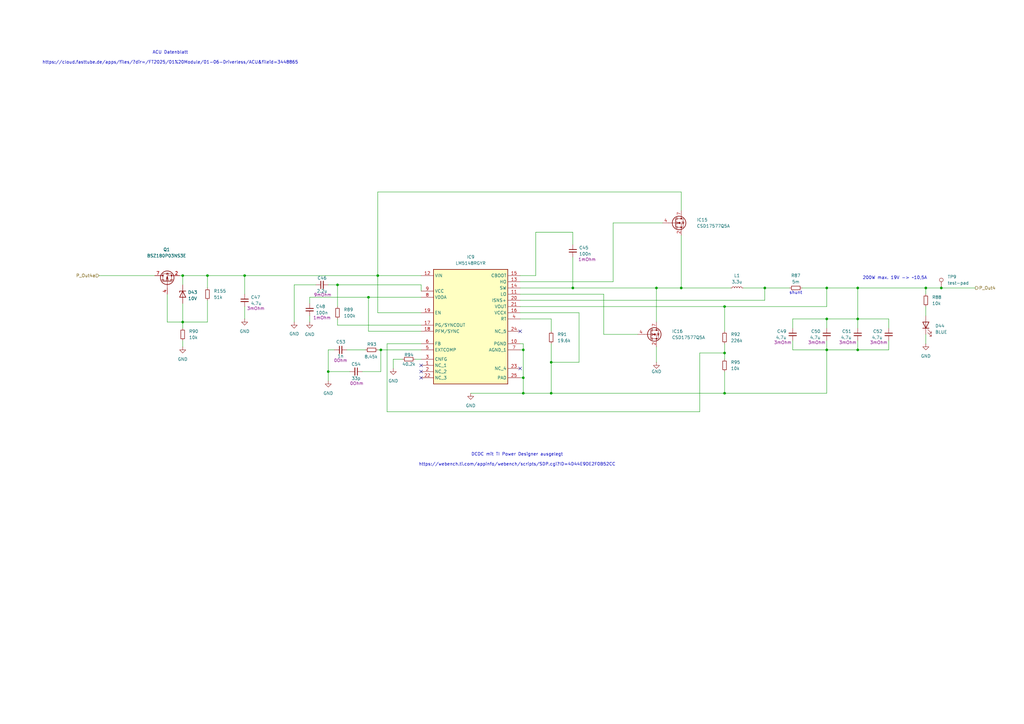
<source format=kicad_sch>
(kicad_sch (version 20231120) (generator "eeschema") (generator_version "8.0")
  (paper "A3")
  (title_block (title "PDU FT25") (date "2025-01-06") (rev "V1.1") (company "Janek Herm") (comment 1 "FaSTTUBe Electronics"))
  (lib_symbols
    (symbol "Connector:TestPoint" (pin_numbers hide) (pin_names (offset 0.762) hide)
      (property "Reference" "TP" (at 0 6.858 0))
      (property "Value" "TestPoint" (at 0 5.08 0))
      (symbol "TestPoint_0_1"
        (circle (center 0 3.302) (radius 0.762))
      )
      (symbol "TestPoint_1_1"
        (pin passive line (at 0 0 90) (length 2.54) (name "1") (number "1"))
      )
    )
    (symbol "Device:C_Small" (pin_numbers hide) (pin_names (offset 0.254) hide)
      (property "Reference" "C" (at 0.254 1.778 0))
      (property "Value" "C_Small" (at 0.254 -2.032 0))
      (symbol "C_Small_0_1"
        (polyline (pts (xy -1.524 -0.508) (xy 1.524 -0.508)) (stroke (width 0.3302)))
        (polyline (pts (xy -1.524 0.508) (xy 1.524 0.508)) (stroke (width 0.3048)))
      )
      (symbol "C_Small_1_1"
        (pin passive line (at 0 2.54 270) (length 2.032) (name "~") (number "1"))
        (pin passive line (at 0 -2.54 90) (length 2.032) (name "~") (number "2"))
      )
    )
    (symbol "Device:D_Zener" (pin_numbers hide) (pin_names (offset 1.016) hide)
      (property "Reference" "D" (at 0 2.54 0))
      (property "Value" "D_Zener" (at 0 -2.54 0))
      (symbol "D_Zener_0_1"
        (polyline (pts (xy 1.27 0) (xy -1.27 0)))
        (polyline (pts (xy -1.27 -1.27) (xy -1.27 1.27) (xy -0.762 1.27)) (stroke (width 0.254)))
        (polyline (pts (xy 1.27 -1.27) (xy 1.27 1.27) (xy -1.27 0) (xy 1.27 -1.27)) (stroke (width 0.254)))
      )
      (symbol "D_Zener_1_1"
        (pin passive line (at -3.81 0 0) (length 2.54) (name "K") (number "1"))
        (pin passive line (at 3.81 0 180) (length 2.54) (name "A") (number "2"))
      )
    )
    (symbol "Device:LED" (pin_numbers hide) (pin_names (offset 1.016) hide)
      (property "Reference" "D" (at 0 2.54 0))
      (property "Value" "LED" (at 0 -2.54 0))
      (symbol "LED_0_1"
        (polyline (pts (xy -1.27 -1.27) (xy -1.27 1.27)) (stroke (width 0.254)))
        (polyline (pts (xy -1.27 0) (xy 1.27 0)))
        (polyline (pts (xy 1.27 -1.27) (xy 1.27 1.27) (xy -1.27 0) (xy 1.27 -1.27)) (stroke (width 0.254)))
        (polyline (pts (xy -3.048 -0.762) (xy -4.572 -2.286) (xy -3.81 -2.286) (xy -4.572 -2.286) (xy -4.572 -1.524)))
        (polyline (pts (xy -1.778 -0.762) (xy -3.302 -2.286) (xy -2.54 -2.286) (xy -3.302 -2.286) (xy -3.302 -1.524)))
      )
      (symbol "LED_1_1"
        (pin passive line (at -3.81 0 0) (length 2.54) (name "K") (number "1"))
        (pin passive line (at 3.81 0 180) (length 2.54) (name "A") (number "2"))
      )
    )
    (symbol "Device:L_Small" (pin_numbers hide) (pin_names (offset 0.254) hide)
      (property "Reference" "L" (at 0.762 1.016 0))
      (property "Value" "L_Small" (at 0.762 -1.016 0))
      (symbol "L_Small_0_1"
        (arc (start 0 -2.032) (mid 0.5058 -1.524) (end 0 -1.016))
        (arc (start 0 -1.016) (mid 0.5058 -0.508) (end 0 0))
        (arc (start 0 0) (mid 0.5058 0.508) (end 0 1.016))
        (arc (start 0 1.016) (mid 0.5058 1.524) (end 0 2.032))
      )
      (symbol "L_Small_1_1"
        (pin passive line (at 0 2.54 270) (length 0.508) (name "~") (number "1"))
        (pin passive line (at 0 -2.54 90) (length 0.508) (name "~") (number "2"))
      )
    )
    (symbol "Device:R_Small" (pin_numbers hide) (pin_names (offset 0.254) hide)
      (property "Reference" "R" (at 0.762 0.508 0))
      (property "Value" "R_Small" (at 0.762 -1.016 0))
      (symbol "R_Small_0_1"
        (rectangle (start -0.762 1.778) (end 0.762 -1.778) (stroke (width 0.2032)))
      )
      (symbol "R_Small_1_1"
        (pin passive line (at 0 2.54 270) (length 0.762) (name "~") (number "1"))
        (pin passive line (at 0 -2.54 90) (length 0.762) (name "~") (number "2"))
      )
    )
    (symbol "FaSTTUBe_microcontrollers:BSZ180P03NS3E"
      (property "Reference" "Q" (at 4.445 0.635 0))
      (symbol "BSZ180P03NS3E_0_1"
        (circle (center -0.889 0) (radius 2.794) (stroke (width 0.254)))
        (circle (center 0 -1.778) (radius 0.254) (fill (type outline)))
        (polyline (pts (xy -2.286 0) (xy -5.08 0)))
        (polyline (pts (xy -2.286 1.905) (xy -2.286 -1.905)) (stroke (width 0.254)))
        (polyline (pts (xy -1.778 -1.27) (xy -1.778 -2.286)) (stroke (width 0.254)))
        (polyline (pts (xy -1.778 0.508) (xy -1.778 -0.508)) (stroke (width 0.254)))
        (polyline (pts (xy -1.778 2.286) (xy -1.778 1.27)) (stroke (width 0.254)))
        (polyline (pts (xy 0 1.905) (xy 0 2.54)))
        (polyline (pts (xy 0 2.54) (xy 0 1.778)))
        (polyline (pts (xy 0 -2.54) (xy 0 0) (xy -1.778 0)))
        (polyline (pts (xy -1.778 1.778) (xy 0.762 1.778) (xy 0.762 -1.778) (xy -1.778 -1.778)))
        (polyline (pts (xy -0.254 0) (xy -1.27 0.381) (xy -1.27 -0.381) (xy -0.254 0)) (fill (type outline)))
        (polyline (pts (xy 0.254 -0.508) (xy 0.381 -0.381) (xy 1.143 -0.381) (xy 1.27 -0.254)))
        (polyline (pts (xy 0.762 -0.381) (xy 0.381 0.254) (xy 1.143 0.254) (xy 0.762 -0.381)))
        (circle (center 0 1.778) (radius 0.254) (fill (type outline)))
      )
      (symbol "BSZ180P03NS3E_1_1"
        (pin passive line (at 0 -5.08 90) (length 2.54) hide (name "") (number "1"))
        (pin passive line (at 0 -5.08 90) (length 2.54) hide (name "") (number "10"))
        (pin passive line (at 0 -5.08 90) (length 2.54) (name "") (number "2"))
        (pin passive line (at 0 -5.08 90) (length 2.54) hide (name "") (number "3"))
        (pin input line (at -7.62 0 0) (length 2.54) (name "") (number "4"))
        (pin passive line (at 0 5.08 270) (length 2.54) hide (name "") (number "5"))
        (pin passive line (at 0 5.08 270) (length 2.54) hide (name "") (number "6"))
        (pin passive line (at 0 5.08 270) (length 2.54) (name "") (number "7"))
        (pin passive line (at 0 5.08 270) (length 2.54) hide (name "") (number "8"))
        (pin passive line (at 0 5.08 270) (length 2.54) hide (name "") (number "9"))
      )
    )
    (symbol "FaSTTUBe_microcontrollers:CSD17577Q5A"
      (property "Reference" "IC" (at 9.144 -15.113 0))
      (property "Value" "CSD17577Q5A" (at 9.906 -17.145 0))
      (symbol "CSD17577Q5A_0_1"
        (circle (center -0.889 -16.51) (radius 2.794) (stroke (width 0.254)))
        (circle (center 0 -18.288) (radius 0.254) (fill (type outline)))
        (circle (center 0 -14.732) (radius 0.254) (fill (type outline)))
        (polyline (pts (xy -2.286 -16.51) (xy -5.08 -16.51)))
        (polyline (pts (xy -2.286 -14.605) (xy -2.286 -18.415)) (stroke (width 0.254)))
        (polyline (pts (xy -1.778 -17.78) (xy -1.778 -18.796)) (stroke (width 0.254)))
        (polyline (pts (xy -1.778 -16.002) (xy -1.778 -17.018)) (stroke (width 0.254)))
        (polyline (pts (xy -1.778 -14.224) (xy -1.778 -15.24)) (stroke (width 0.254)))
        (polyline (pts (xy 0 -13.97) (xy 0 -14.732)))
        (polyline (pts (xy 0 -19.05) (xy 0 -16.51) (xy -1.778 -16.51)))
        (polyline (pts (xy -1.778 -18.288) (xy 0.762 -18.288) (xy 0.762 -14.732) (xy -1.778 -14.732)))
        (polyline (pts (xy -1.524 -16.51) (xy -0.508 -16.129) (xy -0.508 -16.891) (xy -1.524 -16.51)) (fill (type outline)))
        (polyline (pts (xy 0.254 -16.002) (xy 0.381 -16.129) (xy 1.143 -16.129) (xy 1.27 -16.256)))
        (polyline (pts (xy 0.762 -16.129) (xy 0.381 -16.764) (xy 1.143 -16.764) (xy 0.762 -16.129)))
      )
      (symbol "CSD17577Q5A_1_1"
        (pin passive line (at 0 -21.59 90) (length 2.54) hide (name "") (number "1"))
        (pin passive line (at 0 -21.59 90) (length 2.54) (name "") (number "2"))
        (pin passive line (at 0 -21.59 90) (length 2.54) hide (name "") (number "3"))
        (pin input line (at -7.62 -16.51 0) (length 2.54) (name "") (number "4"))
        (pin passive line (at 0 -11.43 270) (length 2.54) hide (name "") (number "5"))
        (pin passive line (at 0 -11.43 270) (length 2.54) hide (name "") (number "6"))
        (pin passive line (at 0 -11.43 270) (length 2.54) (name "") (number "7"))
        (pin passive line (at 0 -11.43 270) (length 2.54) hide (name "") (number "8"))
        (pin passive line (at 0 -11.43 270) (length 2.54) hide (name "") (number "9"))
      )
    )
    (symbol "LM5148RGYR:LM5148RGYR"
      (property "Reference" "IC" (at 36.83 17.78 0))
      (property "Value" "LM5148RGYR" (at 36.83 15.24 0))
      (symbol "LM5148RGYR_1_1"
        (rectangle (start 5.08 12.7) (end 35.56 -34.29) (stroke (width 0.254)) (fill (type background)))
        (pin passive line (at 0 -26.67 0) (length 5.08) (name "NC_1") (number "1"))
        (pin passive line (at 40.64 -17.78 180) (length 5.08) (name "PGND") (number "10"))
        (pin passive line (at 40.64 2.54 180) (length 5.08) (name "LO") (number "11"))
        (pin passive line (at 0 10.16 0) (length 5.08) (name "VIN") (number "12"))
        (pin passive line (at 40.64 7.62 180) (length 5.08) (name "HO") (number "13"))
        (pin passive line (at 40.64 5.08 180) (length 5.08) (name "SW") (number "14"))
        (pin passive line (at 40.64 10.16 180) (length 5.08) (name "CBOOT") (number "15"))
        (pin passive line (at 40.64 -5.08 180) (length 5.08) (name "VCCX") (number "16"))
        (pin passive line (at 0 -10.16 0) (length 5.08) (name "PG/SYNCOUT") (number "17"))
        (pin passive line (at 0 -12.7 0) (length 5.08) (name "PFM/SYNC") (number "18"))
        (pin passive line (at 0 -5.08 0) (length 5.08) (name "EN") (number "19"))
        (pin passive line (at 0 -29.21 0) (length 5.08) (name "NC_2") (number "2"))
        (pin passive line (at 40.64 0 180) (length 5.08) (name "ISNS+") (number "20"))
        (pin passive line (at 40.64 -2.54 180) (length 5.08) (name "VOUT") (number "21"))
        (pin passive line (at 0 -31.75 0) (length 5.08) (name "NC_3") (number "22"))
        (pin passive line (at 40.64 -27.94 180) (length 5.08) (name "NC_4") (number "23"))
        (pin passive line (at 40.64 -12.7 180) (length 5.08) (name "NC_5") (number "24"))
        (pin passive line (at 40.64 -31.75 180) (length 5.08) (name "PAD") (number "25"))
        (pin passive line (at 0 -24.13 0) (length 5.08) (name "CNFG") (number "3"))
        (pin passive line (at 40.64 -7.62 180) (length 5.08) (name "RT") (number "4"))
        (pin passive line (at 0 -20.32 0) (length 5.08) (name "EXTCOMP") (number "5"))
        (pin passive line (at 0 -17.78 0) (length 5.08) (name "FB") (number "6"))
        (pin passive line (at 40.64 -20.32 180) (length 5.08) (name "AGND_1") (number "7"))
        (pin passive line (at 0 1.27 0) (length 5.08) (name "VDDA") (number "8"))
        (pin passive line (at 0 3.81 0) (length 5.08) (name "VCC") (number "9"))
      )
    )
    (symbol "power:GND" (power) (pin_numbers hide) (pin_names (offset 0) hide)
      (property "Value" "GND" (at 0 -3.81 0))
      (symbol "GND_0_1"
        (polyline (pts (xy 0 0) (xy 0 -1.27) (xy 1.27 -1.27) (xy 0 -2.54) (xy -1.27 -1.27) (xy 0 -1.27)))
      )
      (symbol "GND_1_1"
        (pin power_in line (at 0 0 270) (length 0) (name "~") (number "1"))
      )
    )
  )
  (junction (at 214.63 161.29))
  (junction (at 279.4 118.11))
  (junction (at 351.79 130.81))
  (junction (at 74.93 113.03))
  (junction (at 339.09 143.51))
  (junction (at 386.08 118.11))
  (junction (at 379.73 118.11))
  (junction (at 85.09 113.03))
  (junction (at 351.79 118.11))
  (junction (at 269.24 118.11))
  (junction (at 226.06 161.29))
  (junction (at 151.13 121.92))
  (junction (at 214.63 154.94))
  (junction (at 297.18 144.78))
  (junction (at 156.21 143.51))
  (junction (at 313.69 118.11))
  (junction (at 297.18 125.73))
  (junction (at 138.43 116.84))
  (junction (at 234.95 118.11))
  (junction (at 74.93 132.08))
  (junction (at 154.94 113.03))
  (junction (at 226.06 148.59))
  (junction (at 100.33 113.03))
  (junction (at 339.09 118.11))
  (junction (at 297.18 161.29))
  (junction (at 339.09 130.81))
  (junction (at 351.79 143.51))
  (junction (at 134.62 152.4))
  (junction (at 214.63 143.51))
  (no_connect (at 172.72 152.4))
  (no_connect (at 172.72 154.94))
  (no_connect (at 172.72 149.86))
  (no_connect (at 213.36 151.13))
  (no_connect (at 213.36 135.89))
  (wire (pts (xy 226.06 130.81) (xy 226.06 135.89)))
  (wire (pts (xy 74.93 139.7) (xy 74.93 142.24)))
  (wire (pts (xy 339.09 130.81) (xy 351.79 130.81)))
  (wire (pts (xy 120.65 132.08) (xy 120.65 116.84)))
  (wire (pts (xy 297.18 152.4) (xy 297.18 161.29)))
  (wire (pts (xy 351.79 143.51) (xy 364.49 143.51)))
  (wire (pts (xy 213.36 128.27) (xy 237.49 128.27)))
  (wire (pts (xy 214.63 143.51) (xy 213.36 143.51)))
  (wire (pts (xy 158.75 168.91) (xy 287.02 168.91)))
  (wire (pts (xy 214.63 161.29) (xy 226.06 161.29)))
  (wire (pts (xy 127 121.92) (xy 127 124.46)))
  (wire (pts (xy 269.24 118.11) (xy 279.4 118.11)))
  (wire (pts (xy 226.06 148.59) (xy 226.06 161.29)))
  (wire (pts (xy 339.09 139.7) (xy 339.09 143.51)))
  (wire (pts (xy 351.79 118.11) (xy 351.79 130.81)))
  (wire (pts (xy 351.79 118.11) (xy 379.73 118.11)))
  (wire (pts (xy 379.73 118.11) (xy 386.08 118.11)))
  (wire (pts (xy 364.49 134.62) (xy 364.49 130.81)))
  (wire (pts (xy 154.94 78.74) (xy 279.4 78.74)))
  (wire (pts (xy 297.18 161.29) (xy 339.09 161.29)))
  (wire (pts (xy 127 121.92) (xy 151.13 121.92)))
  (wire (pts (xy 325.12 134.62) (xy 325.12 130.81)))
  (wire (pts (xy 364.49 139.7) (xy 364.49 143.51)))
  (wire (pts (xy 339.09 143.51) (xy 339.09 161.29)))
  (wire (pts (xy 85.09 113.03) (xy 100.33 113.03)))
  (wire (pts (xy 214.63 140.97) (xy 213.36 140.97)))
  (wire (pts (xy 269.24 118.11) (xy 269.24 132.08)))
  (wire (pts (xy 148.59 152.4) (xy 156.21 152.4)))
  (wire (pts (xy 154.94 113.03) (xy 172.72 113.03)))
  (wire (pts (xy 172.72 128.27) (xy 154.94 128.27)))
  (wire (pts (xy 100.33 125.73) (xy 100.33 130.81)))
  (wire (pts (xy 214.63 161.29) (xy 214.63 154.94)))
  (wire (pts (xy 172.72 140.97) (xy 158.75 140.97)))
  (wire (pts (xy 234.95 95.25) (xy 234.95 100.33)))
  (wire (pts (xy 120.65 116.84) (xy 129.54 116.84)))
  (wire (pts (xy 325.12 143.51) (xy 325.12 139.7)))
  (wire (pts (xy 156.21 152.4) (xy 156.21 143.51)))
  (wire (pts (xy 74.93 113.03) (xy 85.09 113.03)))
  (wire (pts (xy 213.36 130.81) (xy 226.06 130.81)))
  (wire (pts (xy 379.73 137.16) (xy 379.73 140.97)))
  (wire (pts (xy 325.12 130.81) (xy 339.09 130.81)))
  (wire (pts (xy 74.93 124.46) (xy 74.93 132.08)))
  (wire (pts (xy 161.29 151.13) (xy 161.29 147.32)))
  (wire (pts (xy 313.69 118.11) (xy 323.85 118.11)))
  (wire (pts (xy 158.75 140.97) (xy 158.75 168.91)))
  (wire (pts (xy 339.09 130.81) (xy 339.09 134.62)))
  (wire (pts (xy 379.73 125.73) (xy 379.73 129.54)))
  (wire (pts (xy 214.63 143.51) (xy 214.63 154.94)))
  (wire (pts (xy 138.43 133.35) (xy 138.43 130.81)))
  (wire (pts (xy 351.79 134.62) (xy 351.79 130.81)))
  (wire (pts (xy 313.69 123.19) (xy 313.69 118.11)))
  (wire (pts (xy 251.46 91.44) (xy 251.46 115.57)))
  (wire (pts (xy 386.08 118.11) (xy 400.05 118.11)))
  (wire (pts (xy 237.49 148.59) (xy 226.06 148.59)))
  (wire (pts (xy 351.79 130.81) (xy 364.49 130.81)))
  (wire (pts (xy 234.95 118.11) (xy 269.24 118.11)))
  (wire (pts (xy 154.94 113.03) (xy 154.94 78.74)))
  (wire (pts (xy 134.62 143.51) (xy 137.16 143.51)))
  (wire (pts (xy 247.65 120.65) (xy 213.36 120.65)))
  (wire (pts (xy 213.36 118.11) (xy 234.95 118.11)))
  (wire (pts (xy 219.71 113.03) (xy 219.71 95.25)))
  (wire (pts (xy 138.43 125.73) (xy 138.43 116.84)))
  (wire (pts (xy 213.36 113.03) (xy 219.71 113.03)))
  (wire (pts (xy 279.4 78.74) (xy 279.4 86.36)))
  (wire (pts (xy 74.93 113.03) (xy 74.93 116.84)))
  (wire (pts (xy 247.65 120.65) (xy 247.65 137.16)))
  (wire (pts (xy 351.79 139.7) (xy 351.79 143.51)))
  (wire (pts (xy 151.13 135.89) (xy 151.13 121.92)))
  (wire (pts (xy 127 129.54) (xy 127 132.08)))
  (wire (pts (xy 325.12 143.51) (xy 339.09 143.51)))
  (wire (pts (xy 339.09 118.11) (xy 339.09 125.73)))
  (wire (pts (xy 379.73 118.11) (xy 379.73 120.65)))
  (wire (pts (xy 85.09 132.08) (xy 74.93 132.08)))
  (wire (pts (xy 219.71 95.25) (xy 234.95 95.25)))
  (wire (pts (xy 149.86 143.51) (xy 142.24 143.51)))
  (wire (pts (xy 297.18 140.97) (xy 297.18 144.78)))
  (wire (pts (xy 134.62 152.4) (xy 134.62 156.21)))
  (wire (pts (xy 297.18 125.73) (xy 297.18 135.89)))
  (wire (pts (xy 279.4 96.52) (xy 279.4 118.11)))
  (wire (pts (xy 134.62 143.51) (xy 134.62 152.4)))
  (wire (pts (xy 68.58 120.65) (xy 68.58 132.08)))
  (wire (pts (xy 100.33 113.03) (xy 154.94 113.03)))
  (wire (pts (xy 304.8 118.11) (xy 313.69 118.11)))
  (wire (pts (xy 161.29 147.32) (xy 165.1 147.32)))
  (wire (pts (xy 214.63 154.94) (xy 213.36 154.94)))
  (wire (pts (xy 100.33 113.03) (xy 100.33 120.65)))
  (wire (pts (xy 172.72 121.92) (xy 151.13 121.92)))
  (wire (pts (xy 339.09 118.11) (xy 351.79 118.11)))
  (wire (pts (xy 154.94 143.51) (xy 156.21 143.51)))
  (wire (pts (xy 234.95 105.41) (xy 234.95 118.11)))
  (wire (pts (xy 287.02 168.91) (xy 287.02 144.78)))
  (wire (pts (xy 138.43 116.84) (xy 172.72 116.84)))
  (wire (pts (xy 154.94 128.27) (xy 154.94 113.03)))
  (wire (pts (xy 339.09 143.51) (xy 351.79 143.51)))
  (wire (pts (xy 269.24 148.59) (xy 269.24 142.24)))
  (wire (pts (xy 172.72 133.35) (xy 138.43 133.35)))
  (wire (pts (xy 193.04 161.29) (xy 214.63 161.29)))
  (wire (pts (xy 172.72 116.84) (xy 172.72 119.38)))
  (wire (pts (xy 226.06 161.29) (xy 297.18 161.29)))
  (wire (pts (xy 172.72 135.89) (xy 151.13 135.89)))
  (wire (pts (xy 213.36 115.57) (xy 251.46 115.57)))
  (wire (pts (xy 170.18 147.32) (xy 172.72 147.32)))
  (wire (pts (xy 85.09 113.03) (xy 85.09 118.11)))
  (wire (pts (xy 214.63 140.97) (xy 214.63 143.51)))
  (wire (pts (xy 73.66 113.03) (xy 74.93 113.03)))
  (wire (pts (xy 74.93 132.08) (xy 74.93 134.62)))
  (wire (pts (xy 247.65 137.16) (xy 261.62 137.16)))
  (wire (pts (xy 226.06 140.97) (xy 226.06 148.59)))
  (wire (pts (xy 328.93 118.11) (xy 339.09 118.11)))
  (wire (pts (xy 279.4 118.11) (xy 299.72 118.11)))
  (wire (pts (xy 85.09 123.19) (xy 85.09 132.08)))
  (wire (pts (xy 134.62 152.4) (xy 143.51 152.4)))
  (wire (pts (xy 297.18 144.78) (xy 297.18 147.32)))
  (wire (pts (xy 156.21 143.51) (xy 172.72 143.51)))
  (wire (pts (xy 287.02 144.78) (xy 297.18 144.78)))
  (wire (pts (xy 40.64 113.03) (xy 63.5 113.03)))
  (wire (pts (xy 213.36 125.73) (xy 297.18 125.73)))
  (wire (pts (xy 213.36 123.19) (xy 313.69 123.19)))
  (wire (pts (xy 251.46 91.44) (xy 271.78 91.44)))
  (wire (pts (xy 297.18 125.73) (xy 339.09 125.73)))
  (wire (pts (xy 134.62 116.84) (xy 138.43 116.84)))
  (wire (pts (xy 68.58 132.08) (xy 74.93 132.08)))
  (wire (pts (xy 237.49 128.27) (xy 237.49 148.59)))
  (text "ACU Datenblatt\n\nhttps://cloud.fasttube.de/apps/files/?dir=/FT2025/01%20Module/01-06-Driverless/ACU&fileid=3448865" (at 69.85 23.622 0) (effects (font (size 1.27 1.27))))
  (text "200W max. 19V -> ~10,5A" (at 367.03 114.046 0) (effects (font (size 1.27 1.27))))
  (text "DCDC mit TI Power Designer ausgelegt\n\nhttps://webench.ti.com/appinfo/webench/scripts/SDP.cgi?ID=4D44E9DE2F0B52CC" (at 212.09 188.468 0) (effects (font (size 1.27 1.27))))
  (text "shunt" (at 326.39 120.142 0) (effects (font (size 1.27 1.27))))
  (hierarchical_label "P_Out4" (shape output) (at 400.05 118.11 0))
  (hierarchical_label "P_Out4a" (shape input) (at 40.64 113.03 180))
  (symbol (lib_id "power:GND") (at 269.24 148.59 0) (unit 1)
    (property "Reference" "#PWR0147" (effects (hide yes)))
    (property "Value" "GND" (at 267.208 152.3999 0) (effects (justify left)))
    (property "Description" "Power symbol creates a global label with name \"GND\" , ground" (effects (hide yes)))
  )
  (symbol (lib_id "FaSTTUBe_microcontrollers:CSD17577Q5A") (at 269.24 120.65 0) (unit 1)
    (property "Reference" "IC16" (at 275.59 135.8899 0) (effects (justify left)))
    (property "Value" "CSD17577Q5A" (at 275.59 138.4299 0) (effects (justify left)))
    (property "Footprint" "CSD17303Q5:CSD17303Q5" (effects (hide yes)))
    (property "Datasheet" "https://www.ti.com/lit/ds/symlink/csd17577q5a.pdf" (effects (hide yes)))
  )
  (symbol (lib_id "Device:R_Small") (at 152.4 143.51 270) (unit 1)
    (property "Reference" "R93" (at 154.4319 141.224 90) (effects (justify right)))
    (property "Value" "8.45k" (at 154.9399 146.304 90) (effects (justify right)))
    (property "Footprint" "Resistor_SMD:R_0603_1608Metric" (effects (hide yes)))
    (property "Description" "63mW, 1% Tolerance" (effects (hide yes)))
  )
  (symbol (lib_id "Device:R_Small") (at 226.06 138.43 180) (unit 1)
    (property "Reference" "R91" (at 228.6 137.1599 0) (effects (justify right)))
    (property "Value" "19.6k" (at 228.6 139.6999 0) (effects (justify right)))
    (property "Footprint" "Resistor_SMD:R_0603_1608Metric" (effects (hide yes)))
    (property "Description" "63mW, 1%" (effects (hide yes)))
  )
  (symbol (lib_id "power:GND") (at 379.73 140.97 0) (unit 1)
    (property "Reference" "#PWR0146" (effects (hide yes)))
    (property "Value" "GND" (at 379.73 146.05 0))
    (property "Description" "Power symbol creates a global label with name \"GND\" , ground" (effects (hide yes)))
  )
  (symbol (lib_id "Device:R_Small") (at 167.64 147.32 90) (unit 1)
    (property "Reference" "R94" (at 169.6719 145.542 90) (effects (justify left)))
    (property "Value" "40.2k" (at 170.4339 149.352 90) (effects (justify left)))
    (property "Footprint" "Resistor_SMD:R_0603_1608Metric" (effects (hide yes)))
    (property "Description" "100mW, 1% Tolerance" (effects (hide yes)))
  )
  (symbol (lib_id "Device:C_Small") (at 139.7 143.51 90) (unit 1)
    (property "Reference" "C53" (at 141.7382 140.208 90) (effects (justify left)))
    (property "Value" "1n" (at 140.9762 146.05 90) (effects (justify left)))
    (property "Footprint" "Capacitor_SMD:C_0603_1608Metric" (effects (hide yes)))
    (property "Description" "C0G / NP0, 50V" (effects (hide yes)))
    (property "Resistance" "0Ohm" (at 139.7 147.828 90))
  )
  (symbol (lib_id "Device:C_Small") (at 325.12 137.16 0) (mirror y) (unit 1)
    (property "Reference" "C49" (at 322.58 135.8962 0) (effects (justify left)))
    (property "Value" "4.7u" (at 322.58 138.4362 0) (effects (justify left)))
    (property "Footprint" "Capacitor_SMD:C_2220_5750Metric" (effects (hide yes)))
    (property "Description" "X7R, 50V" (effects (hide yes)))
    (property "Resistance" "3mOhm" (at 321.056 140.462 0))
  )
  (symbol (lib_id "power:GND") (at 134.62 156.21 0) (unit 1)
    (property "Reference" "#PWR0149" (effects (hide yes)))
    (property "Value" "GND" (at 134.62 161.29 0))
    (property "Description" "Power symbol creates a global label with name \"GND\" , ground" (effects (hide yes)))
  )
  (symbol (lib_id "Device:L_Small") (at 302.26 118.11 90) (unit 1)
    (property "Reference" "L1" (at 302.26 113.03 90))
    (property "Value" "3.3u" (at 302.26 115.57 90))
    (property "Footprint" "7443330330:WE-HCC_109021" (effects (hide yes)))
    (property "Datasheet" "https://www.we-online.com/components/products/datasheet/7443330330.pdf" (effects (hide yes)))
    (property "Description" "Inductor, small symbol" (effects (hide yes)))
    (property "MPR" "7443330330" (effects (hide yes)))
  )
  (symbol (lib_id "Device:R_Small") (at 379.73 123.19 0) (unit 1)
    (property "Reference" "R88" (at 382.27 121.9199 0) (effects (justify left)))
    (property "Value" "10k" (at 382.27 124.4599 0) (effects (justify left)))
    (property "Footprint" "Resistor_SMD:R_0603_1608Metric" (effects (hide yes)))
    (property "Description" "Resistor, small symbol" (effects (hide yes)))
  )
  (symbol (lib_id "Connector:TestPoint") (at 386.08 118.11 0) (unit 1)
    (property "Reference" "TP9" (at 388.62 113.5379 0) (effects (justify left)))
    (property "Value" "test-pad" (at 388.62 116.0779 0) (effects (justify left)))
    (property "Footprint" "5025:5025" (effects (hide yes)))
    (property "Description" "test point" (effects (hide yes)))
  )
  (symbol (lib_id "Device:R_Small") (at 74.93 137.16 0) (unit 1)
    (property "Reference" "R90" (at 77.47 135.8899 0) (effects (justify left)))
    (property "Value" "10k" (at 77.47 138.4299 0) (effects (justify left)))
    (property "Footprint" "Resistor_SMD:R_0603_1608Metric" (effects (hide yes)))
    (property "Description" "Resistor, small symbol" (effects (hide yes)))
  )
  (symbol (lib_id "Device:C_Small") (at 339.09 137.16 0) (mirror y) (unit 1)
    (property "Reference" "C50" (at 336.55 135.8962 0) (effects (justify left)))
    (property "Value" "4.7u" (at 336.55 138.4362 0) (effects (justify left)))
    (property "Footprint" "Capacitor_SMD:C_2220_5750Metric" (effects (hide yes)))
    (property "Description" "X7R, 50V" (effects (hide yes)))
    (property "Resistance" "3mOhm" (at 335.026 140.462 0))
  )
  (symbol (lib_id "Device:R_Small") (at 297.18 138.43 0) (unit 1)
    (property "Reference" "R92" (at 299.72 137.1599 0) (effects (justify left)))
    (property "Value" "226k" (at 299.72 139.6999 0) (effects (justify left)))
    (property "Footprint" "Resistor_SMD:R_0603_1608Metric" (effects (hide yes)))
    (property "Description" "63mW, 1%" (effects (hide yes)))
  )
  (symbol (lib_id "power:GND") (at 127 132.08 0) (unit 1)
    (property "Reference" "#PWR0144" (effects (hide yes)))
    (property "Value" "GND" (at 127 137.16 0))
    (property "Description" "Power symbol creates a global label with name \"GND\" , ground" (effects (hide yes)))
  )
  (symbol (lib_id "Device:C_Small") (at 351.79 137.16 0) (mirror y) (unit 1)
    (property "Reference" "C51" (at 349.25 135.8962 0) (effects (justify left)))
    (property "Value" "4.7u" (at 349.25 138.4362 0) (effects (justify left)))
    (property "Footprint" "Capacitor_SMD:C_2220_5750Metric" (effects (hide yes)))
    (property "Description" "X7R, 50V" (effects (hide yes)))
    (property "Resistance" "3mOhm" (at 347.726 140.462 0))
  )
  (symbol (lib_id "FaSTTUBe_microcontrollers:CSD17577Q5A") (at 279.4 74.93 0) (unit 1)
    (property "Reference" "IC15" (at 285.75 90.1699 0) (effects (justify left)))
    (property "Value" "CSD17577Q5A" (at 285.75 92.7099 0) (effects (justify left)))
    (property "Footprint" "CSD17303Q5:CSD17303Q5" (effects (hide yes)))
    (property "Datasheet" "https://www.ti.com/lit/ds/symlink/csd17577q5a.pdf" (effects (hide yes)))
  )
  (symbol (lib_id "Device:R_Small") (at 138.43 128.27 0) (unit 1)
    (property "Reference" "R89" (at 140.97 126.9999 0) (effects (justify left)))
    (property "Value" "100k" (at 140.97 129.5399 0) (effects (justify left)))
    (property "Footprint" "Resistor_SMD:R_0603_1608Metric" (effects (hide yes)))
    (property "Description" "100mW, 1% Tolerance" (effects (hide yes)))
  )
  (symbol (lib_id "Device:C_Small") (at 146.05 152.4 270) (unit 1)
    (property "Reference" "C54" (at 146.0436 149.352 90))
    (property "Value" "33p" (at 146.0436 155.194 90))
    (property "Footprint" "Capacitor_SMD:C_0805_2012Metric" (effects (hide yes)))
    (property "Description" "C0G / NP0, 50V" (effects (hide yes)))
    (property "Resistance" "0Ohm" (at 146.304 157.226 90))
  )
  (symbol (lib_id "FaSTTUBe_microcontrollers:BSZ180P03NS3E") (at 68.58 113.03 90) (unit 1)
    (property "Reference" "Q1" (at 68.326 102.362 90))
    (property "Value" "BSZ180P03NS3E" (at 68.326 104.902 90))
    (property "Footprint" "BSZ180P03NS3E:TSDSON-8-FL_INF" (effects (hide yes)))
    (property "Datasheet" "https://www.mouser.de/datasheet/2/196/Infineon_BSZ180P03NS3E_G_DS_v02_01_en-1731313.pdf" (effects (hide yes)))
  )
  (symbol (lib_id "LM5148RGYR:LM5148RGYR") (at 172.72 123.19 0) (unit 1)
    (property "Reference" "IC9" (at 193.04 105.41 0))
    (property "Value" "LM5148RGYR" (at 193.04 107.95 0))
    (property "Footprint" "LM5148RGY:LM5148RGYR" (effects (hide yes)))
    (property "Datasheet" "https://www.ti.com/lit/ds/symlink/lm5148.pdf?ts=1680990210570&ref_url=https%253A%252F%252Fwww.ti.com%252Fproduct%252FLM5148" (effects (hide yes)))
    (property "Description" "Switching Controllers 3.5-V to 80-V, current mode synchronous buck controller" (effects (hide yes)))
    (property "Height" "1" (effects (hide yes)))
    (property "Mouser Part Number" "595-LM5148RGYR" (effects (hide yes)))
    (property "Mouser Price/Stock" "https://www.mouser.co.uk/ProductDetail/Texas-Instruments/LM5148RGYR?qs=Jm2GQyTW%2FbgsJOyzcNbTmw%3D%3D" (effects (hide yes)))
    (property "Manufacturer_Name" "Texas Instruments" (effects (hide yes)))
    (property "Manufacturer_Part_Number" "LM5148RGYR" (effects (hide yes)))
  )
  (symbol (lib_id "Device:R_Small") (at 297.18 149.86 0) (unit 1)
    (property "Reference" "R95" (at 299.72 148.5899 0) (effects (justify left)))
    (property "Value" "10k" (at 299.72 151.1299 0) (effects (justify left)))
    (property "Footprint" "Resistor_SMD:R_0603_1608Metric" (effects (hide yes)))
    (property "Description" "63mW, 1%" (effects (hide yes)))
  )
  (symbol (lib_id "power:GND") (at 100.33 130.81 0) (unit 1)
    (property "Reference" "#PWR0142" (effects (hide yes)))
    (property "Value" "GND" (at 100.33 135.89 0))
    (property "Description" "Power symbol creates a global label with name \"GND\" , ground" (effects (hide yes)))
  )
  (symbol (lib_id "Device:D_Zener") (at 74.93 120.65 90) (mirror x) (unit 1)
    (property "Reference" "D43" (at 78.994 119.888 90))
    (property "Value" "10V" (at 78.994 122.428 90))
    (property "Footprint" "3SMAJ5934B-TP:DIOM5226X244N" (effects (hide yes)))
    (property "Datasheet" "https://www.mouser.de/datasheet/2/258/3SMAJ5918B_3SMAJ5956B_SMA_-3423242.pdf" (effects (hide yes)))
    (property "Description" "Zener diode" (effects (hide yes)))
    (property "MPR" "3SMAJ5925B" (effects (hide yes)))
  )
  (symbol (lib_id "Device:LED") (at 379.73 133.35 90) (unit 1)
    (property "Reference" "D44" (at 383.54 133.6674 90) (effects (justify right)))
    (property "Value" "BLUE" (at 383.54 136.2074 90) (effects (justify right)))
    (property "Footprint" "LED_SMD:LED_0603_1608Metric" (effects (hide yes)))
    (property "Datasheet" "https://www.we-online.com/components/products/datasheet/150060BS75000.pdf" (effects (hide yes)))
    (property "Description" "Light emitting diode" (effects (hide yes)))
    (property "MPR" "150060BS75000" (effects (hide yes)))
  )
  (symbol (lib_id "power:GND") (at 193.04 161.29 0) (unit 1)
    (property "Reference" "#PWR0150" (effects (hide yes)))
    (property "Value" "GND" (at 193.04 166.37 0))
    (property "Description" "Power symbol creates a global label with name \"GND\" , ground" (effects (hide yes)))
  )
  (symbol (lib_id "Device:C_Small") (at 132.08 116.84 90) (unit 1)
    (property "Reference" "C46" (at 132.0863 114.046 90))
    (property "Value" "2.2u" (at 132.0863 119.38 90))
    (property "Footprint" "Capacitor_SMD:C_0603_1608Metric" (effects (hide yes)))
    (property "Description" "X7R, 10V" (effects (hide yes)))
    (property "Resistance" "9mOhm" (at 132.334 120.904 90))
    (property "MPR" "GRM188R71A225KE15D" (effects (hide yes)))
  )
  (symbol (lib_id "power:GND") (at 74.93 142.24 0) (unit 1)
    (property "Reference" "#PWR0145" (effects (hide yes)))
    (property "Value" "GND" (at 74.93 147.32 0))
    (property "Description" "Power symbol creates a global label with name \"GND\" , ground" (effects (hide yes)))
  )
  (symbol (lib_id "Device:R_Small") (at 85.09 120.65 0) (unit 1)
    (property "Reference" "R155" (at 87.63 119.3799 0) (effects (justify left)))
    (property "Value" "51k" (at 87.63 121.9199 0) (effects (justify left)))
    (property "Footprint" "Resistor_SMD:R_0603_1608Metric" (effects (hide yes)))
    (property "Description" "Resistor, small symbol" (effects (hide yes)))
  )
  (symbol (lib_id "Device:R_Small") (at 326.39 118.11 90) (unit 1)
    (property "Reference" "R87" (at 326.39 113.03 90))
    (property "Value" "5m" (at 326.39 115.57 90))
    (property "Footprint" "Resistor_SMD:R_2512_6332Metric" (effects (hide yes)))
    (property "Description" "Resistor, small symbol" (effects (hide yes)))
    (property "MPR" "MFSA1206R0050FCM" (effects (hide yes)))
  )
  (symbol (lib_id "Device:C_Small") (at 127 127 0) (unit 1)
    (property "Reference" "C48" (at 129.54 125.7362 0) (effects (justify left)))
    (property "Value" "100n" (at 129.54 128.2762 0) (effects (justify left)))
    (property "Footprint" "Capacitor_SMD:C_0603_1608Metric" (effects (hide yes)))
    (property "Description" "X7R, 10V" (effects (hide yes)))
    (property "Resistance" "1mOhm" (at 132.08 130.302 0))
    (property "MPR" "GRM155R71A104KA01D" (effects (hide yes)))
  )
  (symbol (lib_id "Device:C_Small") (at 234.95 102.87 0) (unit 1)
    (property "Reference" "C45" (at 237.49 101.6062 0) (effects (justify left)))
    (property "Value" "100n" (at 237.49 104.1462 0) (effects (justify left)))
    (property "Footprint" "Capacitor_SMD:C_0603_1608Metric" (effects (hide yes)))
    (property "Description" "X7R, 10V" (effects (hide yes)))
    (property "Resistance" "1mOhm" (at 240.792 106.426 0))
  )
  (symbol (lib_id "Device:C_Small") (at 100.33 123.19 0) (unit 1)
    (property "Reference" "C47" (at 102.87 121.9262 0) (effects (justify left)))
    (property "Value" "4.7u" (at 102.87 124.4662 0) (effects (justify left)))
    (property "Footprint" "Capacitor_SMD:C_2220_5750Metric" (effects (hide yes)))
    (property "Description" "X7R, 50V" (effects (hide yes)))
    (property "Resistance" "3mOhm" (at 104.902 126.492 0))
    (property "MPR" "GRM31CR71H475KA12L" (effects (hide yes)))
  )
  (symbol (lib_id "power:GND") (at 120.65 132.08 0) (unit 1)
    (property "Reference" "#PWR0143" (effects (hide yes)))
    (property "Value" "GND" (at 118.618 136.9059 0) (effects (justify left)))
    (property "Description" "Power symbol creates a global label with name \"GND\" , ground" (effects (hide yes)))
  )
  (symbol (lib_id "power:GND") (at 161.29 151.13 0) (unit 1)
    (property "Reference" "#PWR0148" (effects (hide yes)))
    (property "Value" "GND" (at 161.29 156.21 0))
    (property "Description" "Power symbol creates a global label with name \"GND\" , ground" (effects (hide yes)))
  )
  (symbol (lib_id "Device:C_Small") (at 364.49 137.16 0) (mirror y) (unit 1)
    (property "Reference" "C52" (at 361.95 135.8962 0) (effects (justify left)))
    (property "Value" "4.7u" (at 361.95 138.4362 0) (effects (justify left)))
    (property "Footprint" "Capacitor_SMD:C_2220_5750Metric" (effects (hide yes)))
    (property "Description" "X7R, 50V" (effects (hide yes)))
    (property "Resistance" "3mOhm" (at 360.426 140.462 0))
  )
)
</source>
